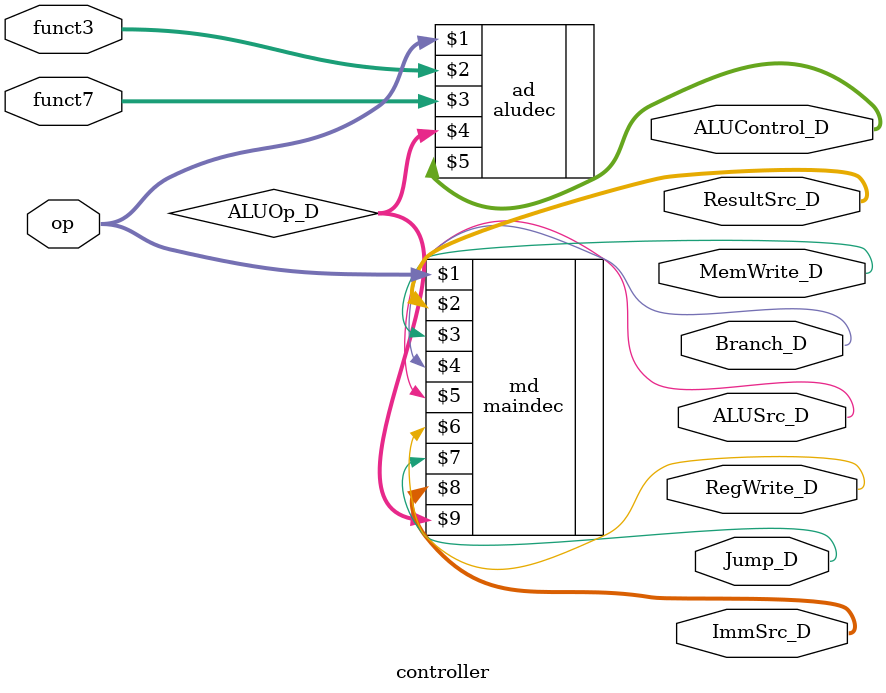
<source format=sv>

module controller(input  logic [6:0] op,
                  input  logic [2:0] funct3,
                  input  logic [6:0] funct7,
                  
                  // Main Decoder Outputs
                  output logic [1:0] ResultSrc_D,
                  output logic       MemWrite_D,
                  output logic       Branch_D, 
                  output logic       ALUSrc_D,
                  output logic       RegWrite_D, 
                  output logic       Jump_D,
                  output logic [1:0] ImmSrc_D,
                  
                  // ALU Decoder Outputs
                  output logic [4:0] ALUControl_D);

    logic [1:0] ALUOp_D;

    // Main Decoder
    // Note: PCSrc signal is removed, as it's now decided in MEM
    maindec md(op, ResultSrc_D, MemWrite_D, Branch_D,
               ALUSrc_D, RegWrite_D, Jump_D, ImmSrc_D, ALUOp_D);

    // ALU Decoder
    // This module is UNCHANGED from your single-cycle.
    // It already supports your RVX10 instructions.
    aludec ad(op, funct3, funct7, ALUOp_D, ALUControl_D);

endmodule

//
// maindec: UNCHANGED from your single-cycle core
// aludec:  UNCHANGED from your single-cycle core
//
</source>
